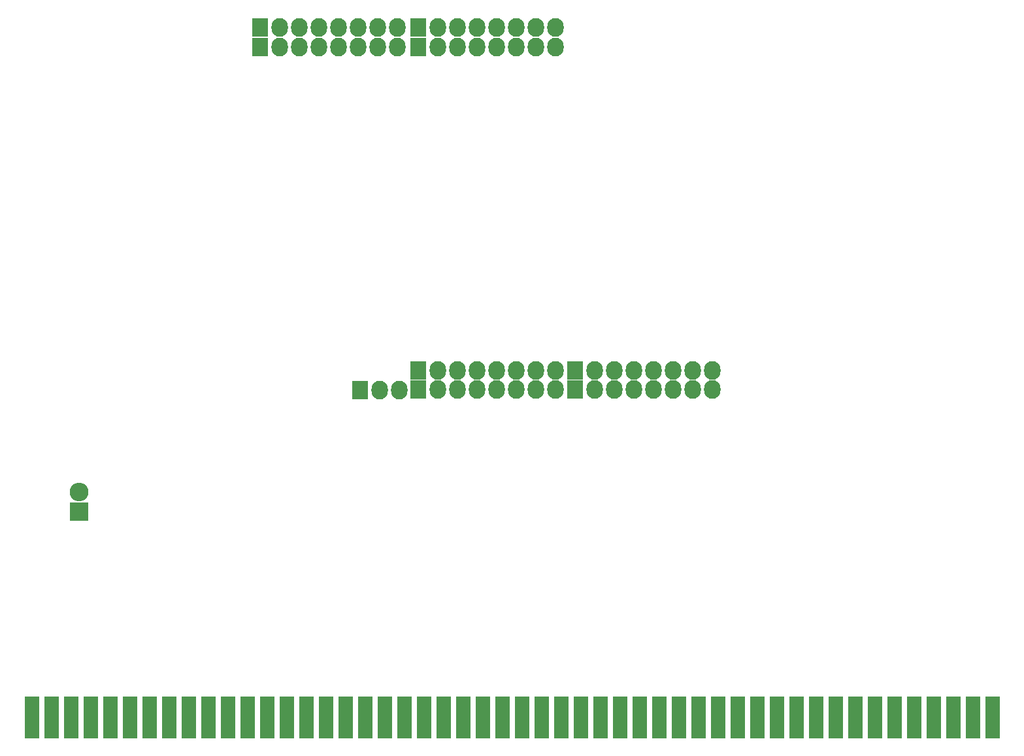
<source format=gbr>
G04 #@! TF.FileFunction,Soldermask,Bot*
%FSLAX46Y46*%
G04 Gerber Fmt 4.6, Leading zero omitted, Abs format (unit mm)*
G04 Created by KiCad (PCBNEW (2015-10-16 BZR 6271)-product) date Sun 21 Feb 2016 04:12:30 PM CET*
%MOMM*%
G01*
G04 APERTURE LIST*
%ADD10C,0.100000*%
%ADD11R,1.924000X5.400000*%
%ADD12R,2.127200X2.432000*%
%ADD13O,2.127200X2.432000*%
%ADD14R,2.432000X2.432000*%
%ADD15O,2.432000X2.432000*%
G04 APERTURE END LIST*
D10*
D11*
X87757000Y-137033000D03*
X90297000Y-137033000D03*
X92837000Y-137033000D03*
X95377000Y-137033000D03*
X97917000Y-137033000D03*
X100457000Y-137033000D03*
X102997000Y-137033000D03*
X105537000Y-137033000D03*
X108077000Y-137033000D03*
X110617000Y-137033000D03*
X113157000Y-137033000D03*
X115697000Y-137033000D03*
X118237000Y-137033000D03*
X120777000Y-137033000D03*
X123317000Y-137033000D03*
X125857000Y-137033000D03*
X128397000Y-137033000D03*
X130937000Y-137033000D03*
X133477000Y-137033000D03*
X136017000Y-137033000D03*
X138557000Y-137033000D03*
X141097000Y-137033000D03*
X143637000Y-137033000D03*
X146177000Y-137033000D03*
X148717000Y-137033000D03*
X151257000Y-137033000D03*
X153797000Y-137033000D03*
X156337000Y-137033000D03*
X158877000Y-137033000D03*
X161417000Y-137033000D03*
X163957000Y-137033000D03*
X166497000Y-137033000D03*
X169037000Y-137033000D03*
X171577000Y-137033000D03*
X174117000Y-137033000D03*
X176657000Y-137033000D03*
X179197000Y-137033000D03*
X181737000Y-137033000D03*
X184277000Y-137033000D03*
X186817000Y-137033000D03*
X189357000Y-137033000D03*
X191897000Y-137033000D03*
X194437000Y-137033000D03*
X196977000Y-137033000D03*
X199517000Y-137033000D03*
X202057000Y-137033000D03*
X204597000Y-137033000D03*
X207137000Y-137033000D03*
X209677000Y-137033000D03*
X212217000Y-137033000D03*
D12*
X137858500Y-92075000D03*
D13*
X140398500Y-92075000D03*
X142938500Y-92075000D03*
X145478500Y-92075000D03*
X148018500Y-92075000D03*
X150558500Y-92075000D03*
X153098500Y-92075000D03*
X155638500Y-92075000D03*
D12*
X137858500Y-94551500D03*
D13*
X140398500Y-94551500D03*
X142938500Y-94551500D03*
X145478500Y-94551500D03*
X148018500Y-94551500D03*
X150558500Y-94551500D03*
X153098500Y-94551500D03*
X155638500Y-94551500D03*
D12*
X158178500Y-94551500D03*
D13*
X160718500Y-94551500D03*
X163258500Y-94551500D03*
X165798500Y-94551500D03*
X168338500Y-94551500D03*
X170878500Y-94551500D03*
X173418500Y-94551500D03*
X175958500Y-94551500D03*
D12*
X117348000Y-47625000D03*
D13*
X119888000Y-47625000D03*
X122428000Y-47625000D03*
X124968000Y-47625000D03*
X127508000Y-47625000D03*
X130048000Y-47625000D03*
X132588000Y-47625000D03*
X135128000Y-47625000D03*
D12*
X158178500Y-92075000D03*
D13*
X160718500Y-92075000D03*
X163258500Y-92075000D03*
X165798500Y-92075000D03*
X168338500Y-92075000D03*
X170878500Y-92075000D03*
X173418500Y-92075000D03*
X175958500Y-92075000D03*
D12*
X117348000Y-50165000D03*
D13*
X119888000Y-50165000D03*
X122428000Y-50165000D03*
X124968000Y-50165000D03*
X127508000Y-50165000D03*
X130048000Y-50165000D03*
X132588000Y-50165000D03*
X135128000Y-50165000D03*
D14*
X93853000Y-110363000D03*
D15*
X93853000Y-107823000D03*
D12*
X137795000Y-50165000D03*
D13*
X140335000Y-50165000D03*
X142875000Y-50165000D03*
X145415000Y-50165000D03*
X147955000Y-50165000D03*
X150495000Y-50165000D03*
X153035000Y-50165000D03*
X155575000Y-50165000D03*
D12*
X137795000Y-47625000D03*
D13*
X140335000Y-47625000D03*
X142875000Y-47625000D03*
X145415000Y-47625000D03*
X147955000Y-47625000D03*
X150495000Y-47625000D03*
X153035000Y-47625000D03*
X155575000Y-47625000D03*
D12*
X130302000Y-94615000D03*
D13*
X132842000Y-94615000D03*
X135382000Y-94615000D03*
M02*

</source>
